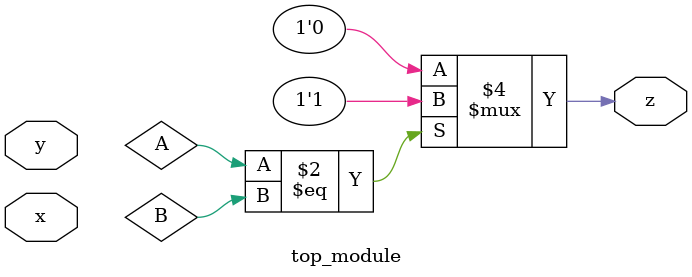
<source format=v>
module top_module (input x, input y, output z);
    always@(*) begin
    if(A==B)
        z=1;
    else
        z=0;
    end
endmodule

</source>
